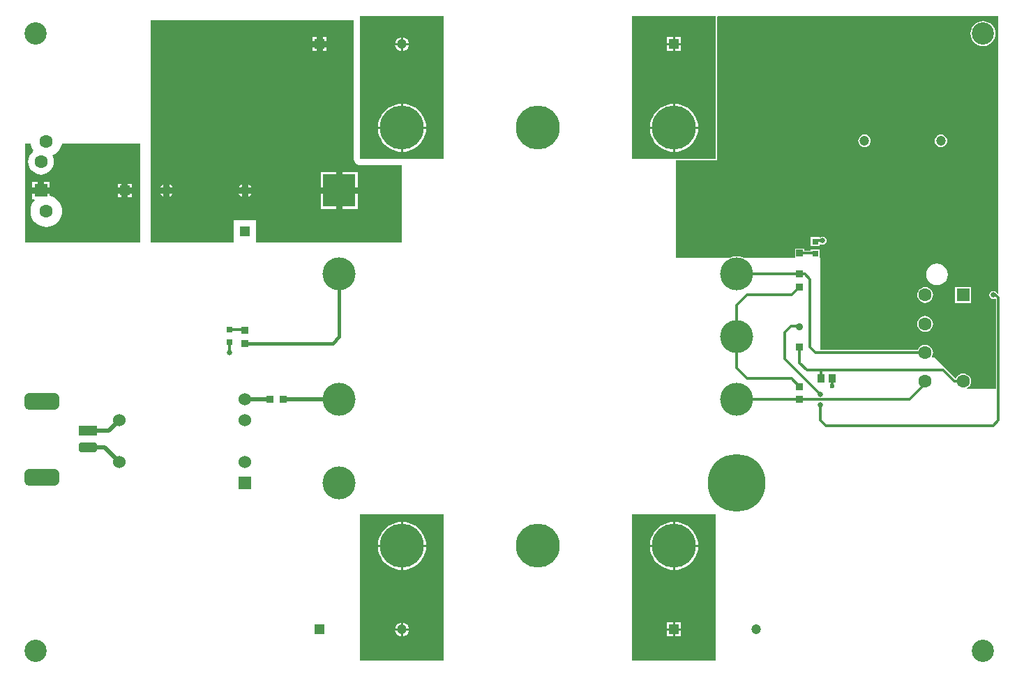
<source format=gtl>
G04 Layer_Physical_Order=1*
G04 Layer_Color=255*
%FSLAX25Y25*%
%MOIN*%
G70*
G01*
G75*
%ADD10R,0.03543X0.03937*%
%ADD11R,0.03347X0.03347*%
%ADD12R,0.03150X0.03150*%
%ADD13R,0.03347X0.03347*%
G04:AMPARAMS|DCode=14|XSize=47.24mil|YSize=86.61mil|CornerRadius=11.81mil|HoleSize=0mil|Usage=FLASHONLY|Rotation=270.000|XOffset=0mil|YOffset=0mil|HoleType=Round|Shape=RoundedRectangle|*
%AMROUNDEDRECTD14*
21,1,0.04724,0.06299,0,0,270.0*
21,1,0.02362,0.08661,0,0,270.0*
1,1,0.02362,-0.03150,-0.01181*
1,1,0.02362,-0.03150,0.01181*
1,1,0.02362,0.03150,0.01181*
1,1,0.02362,0.03150,-0.01181*
%
%ADD14ROUNDEDRECTD14*%
%ADD15R,0.08661X0.04724*%
G04:AMPARAMS|DCode=16|XSize=78.74mil|YSize=165.35mil|CornerRadius=19.68mil|HoleSize=0mil|Usage=FLASHONLY|Rotation=270.000|XOffset=0mil|YOffset=0mil|HoleType=Round|Shape=RoundedRectangle|*
%AMROUNDEDRECTD16*
21,1,0.07874,0.12598,0,0,270.0*
21,1,0.03937,0.16535,0,0,270.0*
1,1,0.03937,-0.06299,-0.01968*
1,1,0.03937,-0.06299,0.01968*
1,1,0.03937,0.06299,0.01968*
1,1,0.03937,0.06299,-0.01968*
%
%ADD16ROUNDEDRECTD16*%
%ADD17C,0.01200*%
%ADD18C,0.02000*%
%ADD19C,0.01500*%
%ADD20R,0.15748X0.15748*%
%ADD21C,0.15748*%
%ADD22C,0.27559*%
%ADD23C,0.21000*%
%ADD24C,0.10630*%
%ADD25C,0.06299*%
%ADD26R,0.06299X0.06299*%
%ADD27C,0.03543*%
%ADD28R,0.03543X0.03543*%
%ADD29R,0.04724X0.04724*%
%ADD30C,0.04724*%
%ADD31R,0.04724X0.04724*%
%ADD32R,0.04500X0.04500*%
%ADD33C,0.04500*%
%ADD34R,0.06000X0.06000*%
%ADD35C,0.06000*%
%ADD36C,0.02362*%
%ADD37C,0.02500*%
G36*
X50000Y83329D02*
Y15000D01*
X10000Y15000D01*
Y83329D01*
X50000Y83329D01*
D02*
G37*
G36*
X180000Y83329D02*
X180000Y15000D01*
X140000Y15000D01*
X140000Y83329D01*
X180000Y83329D01*
D02*
G37*
G36*
X6974Y15000D02*
X7077Y14217D01*
X7379Y13487D01*
X7860Y12860D01*
X8487Y12380D01*
X9217Y12077D01*
X10000Y11974D01*
X30000Y11974D01*
Y-25000D01*
X-39638D01*
Y-14323D01*
X-50362D01*
Y-25000D01*
X-90000D01*
Y81470D01*
X6974D01*
Y15000D01*
D02*
G37*
G36*
X-95000Y-25000D02*
X-150000D01*
Y22500D01*
X-147473D01*
X-147438Y22146D01*
X-147008Y20727D01*
X-146309Y19420D01*
X-146221Y19313D01*
X-146298Y18618D01*
X-146870Y18149D01*
X-147638Y17213D01*
X-148209Y16144D01*
X-148561Y14985D01*
X-148679Y13780D01*
X-148561Y12574D01*
X-148209Y11415D01*
X-147638Y10346D01*
X-146870Y9410D01*
X-145933Y8642D01*
X-144865Y8071D01*
X-143705Y7719D01*
X-142500Y7600D01*
X-141295Y7719D01*
X-140135Y8071D01*
X-139067Y8642D01*
X-138130Y9410D01*
X-137362Y10346D01*
X-136791Y11415D01*
X-136439Y12574D01*
X-136321Y13780D01*
X-136439Y14985D01*
X-136791Y16144D01*
X-137069Y16664D01*
X-135817Y17333D01*
X-134671Y18273D01*
X-133730Y19420D01*
X-133031Y20727D01*
X-132601Y22146D01*
X-132566Y22500D01*
X-95000D01*
Y-25000D01*
D02*
G37*
G36*
X315000Y83329D02*
X315000Y-49333D01*
X314815Y-49409D01*
X314541Y-49135D01*
X314144Y-48870D01*
X313943Y-48830D01*
X313834Y-48666D01*
X313222Y-48257D01*
X312500Y-48114D01*
X311778Y-48257D01*
X311166Y-48666D01*
X310757Y-49278D01*
X310614Y-50000D01*
X310757Y-50722D01*
X311166Y-51334D01*
X311778Y-51743D01*
X312500Y-51886D01*
X313222Y-51743D01*
X313501Y-51556D01*
X313776Y-51831D01*
Y-95000D01*
X299592D01*
X299552Y-94800D01*
X300001Y-94614D01*
X300784Y-94013D01*
X301385Y-93230D01*
X301763Y-92317D01*
X301892Y-91339D01*
X301763Y-90360D01*
X301385Y-89448D01*
X300784Y-88664D01*
X300001Y-88063D01*
X299089Y-87686D01*
X298110Y-87557D01*
X297131Y-87686D01*
X296219Y-88063D01*
X295436Y-88664D01*
X294835Y-89448D01*
X294629Y-89945D01*
X294433Y-89984D01*
X284449Y-80000D01*
X283079D01*
X282991Y-79821D01*
X283275Y-79450D01*
X283653Y-78538D01*
X283782Y-77559D01*
X283653Y-76580D01*
X283275Y-75668D01*
X282674Y-74885D01*
X281891Y-74284D01*
X280979Y-73906D01*
X280000Y-73777D01*
X279021Y-73906D01*
X278109Y-74284D01*
X277326Y-74885D01*
X276725Y-75668D01*
X276448Y-76336D01*
X230000D01*
X230000Y-32133D01*
X229675D01*
Y-28147D01*
X225325D01*
Y-28776D01*
X222273D01*
Y-27727D01*
X217727D01*
Y-32133D01*
X193259Y-32133D01*
X191661Y-31649D01*
X190000Y-31485D01*
X188339Y-31649D01*
X186741Y-32133D01*
X161000D01*
X161000Y14351D01*
X180000Y14351D01*
X180459Y14541D01*
X180649Y15000D01*
X180649Y83293D01*
X180849Y83329D01*
X315000Y83329D01*
D02*
G37*
G36*
X180000Y-155000D02*
Y-225000D01*
X140000Y-225000D01*
Y-155000D01*
X180000Y-155000D01*
D02*
G37*
G36*
X50000D02*
Y-225000D01*
X10000Y-225000D01*
Y-155000D01*
X50000Y-155000D01*
D02*
G37*
%LPC*%
G36*
X29500Y69500D02*
X26675D01*
X26724Y69122D01*
X27063Y68304D01*
X27602Y67602D01*
X28304Y67063D01*
X29122Y66724D01*
X29500Y66675D01*
Y69500D01*
D02*
G37*
G36*
X30500Y41496D02*
Y30500D01*
X41496D01*
X41394Y31805D01*
X40971Y33565D01*
X40278Y35237D01*
X39333Y36780D01*
X38157Y38157D01*
X36780Y39333D01*
X35237Y40278D01*
X33565Y40971D01*
X31805Y41394D01*
X30500Y41496D01*
D02*
G37*
G36*
X33325Y69500D02*
X30500D01*
Y66675D01*
X30878Y66724D01*
X31696Y67063D01*
X32398Y67602D01*
X32937Y68304D01*
X33276Y69122D01*
X33325Y69500D01*
D02*
G37*
G36*
X30500Y73325D02*
Y70500D01*
X33325D01*
X33276Y70878D01*
X32937Y71696D01*
X32398Y72398D01*
X31696Y72937D01*
X30878Y73276D01*
X30500Y73325D01*
D02*
G37*
G36*
X29500D02*
X29122Y73276D01*
X28304Y72937D01*
X27602Y72398D01*
X27063Y71696D01*
X26724Y70878D01*
X26675Y70500D01*
X29500D01*
Y73325D01*
D02*
G37*
G36*
Y41496D02*
X28195Y41394D01*
X26435Y40971D01*
X24763Y40278D01*
X23220Y39333D01*
X21843Y38157D01*
X20667Y36780D01*
X19722Y35237D01*
X19029Y33565D01*
X18607Y31805D01*
X18504Y30500D01*
X29500D01*
Y41496D01*
D02*
G37*
G36*
X41496Y29500D02*
X30500D01*
Y18504D01*
X31805Y18607D01*
X33565Y19029D01*
X35237Y19722D01*
X36780Y20667D01*
X38157Y21843D01*
X39333Y23220D01*
X40278Y24763D01*
X40971Y26435D01*
X41394Y28195D01*
X41496Y29500D01*
D02*
G37*
G36*
X29500D02*
X18504D01*
X18607Y28195D01*
X19029Y26435D01*
X19722Y24763D01*
X20667Y23220D01*
X21843Y21843D01*
X23220Y20667D01*
X24763Y19722D01*
X26435Y19029D01*
X28195Y18607D01*
X29500Y18504D01*
Y29500D01*
D02*
G37*
G36*
X159500Y69500D02*
X156638D01*
Y66638D01*
X159500D01*
Y69500D01*
D02*
G37*
G36*
X163362D02*
X160500D01*
Y66638D01*
X163362D01*
Y69500D01*
D02*
G37*
G36*
X159500Y41496D02*
X158195Y41394D01*
X156435Y40971D01*
X154763Y40278D01*
X153220Y39333D01*
X151843Y38157D01*
X150668Y36780D01*
X149722Y35237D01*
X149029Y33565D01*
X148607Y31805D01*
X148504Y30500D01*
X159500D01*
Y41496D01*
D02*
G37*
G36*
X160500D02*
Y30500D01*
X171496D01*
X171394Y31805D01*
X170971Y33565D01*
X170278Y35237D01*
X169333Y36780D01*
X168157Y38157D01*
X166780Y39333D01*
X165237Y40278D01*
X163565Y40971D01*
X161805Y41394D01*
X160500Y41496D01*
D02*
G37*
G36*
X163362Y73362D02*
X160500D01*
Y70500D01*
X163362D01*
Y73362D01*
D02*
G37*
G36*
X159500D02*
X156638D01*
Y70500D01*
X159500D01*
Y73362D01*
D02*
G37*
G36*
X171496Y29500D02*
X160500D01*
Y18504D01*
X161805Y18607D01*
X163565Y19029D01*
X165237Y19722D01*
X166780Y20667D01*
X168157Y21843D01*
X169333Y23220D01*
X170278Y24763D01*
X170971Y26435D01*
X171394Y28195D01*
X171496Y29500D01*
D02*
G37*
G36*
X159500D02*
X148504D01*
X148607Y28195D01*
X149029Y26435D01*
X149722Y24763D01*
X150668Y23220D01*
X151843Y21843D01*
X153220Y20667D01*
X154763Y19722D01*
X156435Y19029D01*
X158195Y18607D01*
X159500Y18504D01*
Y29500D01*
D02*
G37*
G36*
X-46500Y-1500D02*
X-48018D01*
X-47937Y-1696D01*
X-47398Y-2398D01*
X-46696Y-2937D01*
X-46500Y-3018D01*
Y-1500D01*
D02*
G37*
G36*
X-84000D02*
X-85396D01*
X-85339Y-1639D01*
X-84818Y-2318D01*
X-84139Y-2839D01*
X-84000Y-2897D01*
Y-1500D01*
D02*
G37*
G36*
X-41982D02*
X-43500D01*
Y-3018D01*
X-43304Y-2937D01*
X-42602Y-2398D01*
X-42063Y-1696D01*
X-41982Y-1500D01*
D02*
G37*
G36*
X-1500D02*
X-8874D01*
Y-8874D01*
X-1500D01*
Y-1500D01*
D02*
G37*
G36*
X8874D02*
X1500D01*
Y-8874D01*
X8874D01*
Y-1500D01*
D02*
G37*
G36*
X-79603D02*
X-81000D01*
Y-2897D01*
X-80861Y-2839D01*
X-80182Y-2318D01*
X-79661Y-1639D01*
X-79603Y-1500D01*
D02*
G37*
G36*
X-6008Y68500D02*
X-7870D01*
Y66638D01*
X-6008D01*
Y68500D01*
D02*
G37*
G36*
X-10870D02*
X-12732D01*
Y66638D01*
X-10870D01*
Y68500D01*
D02*
G37*
G36*
X-6008Y73362D02*
X-7870D01*
Y71500D01*
X-6008D01*
Y73362D01*
D02*
G37*
G36*
X-10870D02*
X-12732D01*
Y71500D01*
X-10870D01*
Y73362D01*
D02*
G37*
G36*
X-84000Y2897D02*
X-84139Y2839D01*
X-84818Y2318D01*
X-85339Y1639D01*
X-85396Y1500D01*
X-84000D01*
Y2897D01*
D02*
G37*
G36*
X8874Y8874D02*
X1500D01*
Y1500D01*
X8874D01*
Y8874D01*
D02*
G37*
G36*
X-81000Y2897D02*
Y1500D01*
X-79603D01*
X-79661Y1639D01*
X-80182Y2318D01*
X-80861Y2839D01*
X-81000Y2897D01*
D02*
G37*
G36*
X-46500Y3018D02*
X-46696Y2937D01*
X-47398Y2398D01*
X-47937Y1696D01*
X-48018Y1500D01*
X-46500D01*
Y3018D01*
D02*
G37*
G36*
X-1500Y8874D02*
X-8874D01*
Y1500D01*
X-1500D01*
Y8874D01*
D02*
G37*
G36*
X-43500Y3018D02*
Y1500D01*
X-41982D01*
X-42063Y1696D01*
X-42602Y2398D01*
X-43304Y2937D01*
X-43500Y3018D01*
D02*
G37*
G36*
X-99250Y-1500D02*
X-101000D01*
Y-3250D01*
X-99250D01*
Y-1500D01*
D02*
G37*
G36*
X-138350D02*
X-142500D01*
X-146650D01*
Y-4150D01*
X-145704D01*
X-145496Y-4650D01*
X-146309Y-5640D01*
X-147008Y-6948D01*
X-147438Y-8367D01*
X-147584Y-9843D01*
X-147438Y-11318D01*
X-147008Y-12737D01*
X-146309Y-14045D01*
X-145368Y-15191D01*
X-144222Y-16132D01*
X-142914Y-16831D01*
X-141495Y-17261D01*
X-140020Y-17406D01*
X-138544Y-17261D01*
X-137125Y-16831D01*
X-135817Y-16132D01*
X-134671Y-15191D01*
X-133730Y-14045D01*
X-133031Y-12737D01*
X-132601Y-11318D01*
X-132456Y-9843D01*
X-132601Y-8367D01*
X-133031Y-6948D01*
X-133730Y-5640D01*
X-134671Y-4494D01*
X-135817Y-3553D01*
X-137125Y-2854D01*
X-138350Y-2483D01*
Y-1500D01*
D02*
G37*
G36*
X-104000D02*
X-105750D01*
Y-3250D01*
X-104000D01*
Y-1500D01*
D02*
G37*
G36*
X-99250Y3250D02*
X-101000D01*
Y1500D01*
X-99250D01*
Y3250D01*
D02*
G37*
G36*
X-144000Y4150D02*
X-146650D01*
Y1500D01*
X-144000D01*
Y4150D01*
D02*
G37*
G36*
X-104000Y3250D02*
X-105750D01*
Y1500D01*
X-104000D01*
Y3250D01*
D02*
G37*
G36*
X-138350Y4150D02*
X-141000D01*
Y1500D01*
X-138350D01*
Y4150D01*
D02*
G37*
G36*
X280000Y-46218D02*
X279021Y-46347D01*
X278109Y-46725D01*
X277326Y-47326D01*
X276725Y-48109D01*
X276347Y-49021D01*
X276218Y-50000D01*
X276347Y-50979D01*
X276725Y-51891D01*
X277326Y-52674D01*
X278109Y-53275D01*
X279021Y-53653D01*
X280000Y-53782D01*
X280979Y-53653D01*
X281891Y-53275D01*
X282674Y-52674D01*
X283275Y-51891D01*
X283653Y-50979D01*
X283782Y-50000D01*
X283653Y-49021D01*
X283275Y-48109D01*
X282674Y-47326D01*
X281891Y-46725D01*
X280979Y-46347D01*
X280000Y-46218D01*
D02*
G37*
G36*
X285591Y-34986D02*
X284252Y-35162D01*
X283005Y-35679D01*
X281933Y-36500D01*
X281112Y-37572D01*
X280595Y-38819D01*
X280419Y-40157D01*
X280595Y-41496D01*
X281112Y-42743D01*
X281933Y-43815D01*
X283005Y-44636D01*
X284252Y-45153D01*
X285591Y-45329D01*
X286929Y-45153D01*
X288176Y-44636D01*
X289248Y-43815D01*
X290070Y-42743D01*
X290586Y-41496D01*
X290762Y-40157D01*
X290586Y-38819D01*
X290070Y-37572D01*
X289248Y-36500D01*
X288176Y-35679D01*
X286929Y-35162D01*
X285591Y-34986D01*
D02*
G37*
G36*
X301860Y-46250D02*
X294361D01*
Y-53750D01*
X301860D01*
Y-46250D01*
D02*
G37*
G36*
X231000Y-22114D02*
X230278Y-22257D01*
X229851Y-22543D01*
X229675Y-22448D01*
Y-22241D01*
X225325D01*
Y-26591D01*
X229675D01*
Y-25552D01*
X229851Y-25457D01*
X230278Y-25743D01*
X231000Y-25886D01*
X231722Y-25743D01*
X232334Y-25334D01*
X232743Y-24722D01*
X232886Y-24000D01*
X232743Y-23278D01*
X232334Y-22666D01*
X231722Y-22257D01*
X231000Y-22114D01*
D02*
G37*
G36*
X280000Y-59998D02*
X279021Y-60126D01*
X278109Y-60504D01*
X277326Y-61105D01*
X276725Y-61888D01*
X276347Y-62801D01*
X276218Y-63779D01*
X276347Y-64758D01*
X276725Y-65671D01*
X277326Y-66454D01*
X278109Y-67055D01*
X279021Y-67433D01*
X280000Y-67562D01*
X280979Y-67433D01*
X281891Y-67055D01*
X282674Y-66454D01*
X283275Y-65671D01*
X283653Y-64758D01*
X283782Y-63779D01*
X283653Y-62801D01*
X283275Y-61888D01*
X282674Y-61105D01*
X281891Y-60504D01*
X280979Y-60126D01*
X280000Y-59998D01*
D02*
G37*
G36*
X307598Y81062D02*
X306439Y80948D01*
X305324Y80609D01*
X304296Y80060D01*
X303396Y79321D01*
X302657Y78420D01*
X302107Y77393D01*
X301769Y76278D01*
X301655Y75118D01*
X301769Y73959D01*
X302107Y72844D01*
X302657Y71816D01*
X303396Y70915D01*
X304296Y70176D01*
X305324Y69627D01*
X306439Y69289D01*
X307598Y69174D01*
X308758Y69289D01*
X309873Y69627D01*
X310900Y70176D01*
X311801Y70915D01*
X312540Y71816D01*
X313090Y72844D01*
X313428Y73959D01*
X313542Y75118D01*
X313428Y76278D01*
X313090Y77393D01*
X312540Y78420D01*
X311801Y79321D01*
X310900Y80060D01*
X309873Y80609D01*
X308758Y80948D01*
X307598Y81062D01*
D02*
G37*
G36*
X287500Y26767D02*
X286727Y26665D01*
X286006Y26367D01*
X285387Y25892D01*
X284912Y25273D01*
X284614Y24553D01*
X284512Y23779D01*
X284614Y23006D01*
X284912Y22286D01*
X285387Y21667D01*
X286006Y21192D01*
X286727Y20894D01*
X287500Y20792D01*
X288273Y20894D01*
X288994Y21192D01*
X289613Y21667D01*
X290088Y22286D01*
X290386Y23006D01*
X290488Y23779D01*
X290386Y24553D01*
X290088Y25273D01*
X289613Y25892D01*
X288994Y26367D01*
X288273Y26665D01*
X287500Y26767D01*
D02*
G37*
G36*
X251000Y26767D02*
X250227Y26665D01*
X249506Y26367D01*
X248887Y25892D01*
X248412Y25273D01*
X248114Y24553D01*
X248012Y23779D01*
X248114Y23006D01*
X248412Y22286D01*
X248887Y21667D01*
X249506Y21192D01*
X250227Y20894D01*
X251000Y20792D01*
X251773Y20894D01*
X252494Y21192D01*
X253113Y21667D01*
X253588Y22286D01*
X253886Y23006D01*
X253988Y23779D01*
X253886Y24553D01*
X253588Y25273D01*
X253113Y25892D01*
X252494Y26367D01*
X251773Y26665D01*
X251000Y26767D01*
D02*
G37*
G36*
X163362Y-206638D02*
X160500D01*
Y-209500D01*
X163362D01*
Y-206638D01*
D02*
G37*
G36*
X159500D02*
X156638D01*
Y-209500D01*
X159500D01*
Y-206638D01*
D02*
G37*
G36*
X163362Y-210500D02*
X160500D01*
Y-213362D01*
X163362D01*
Y-210500D01*
D02*
G37*
G36*
X159500D02*
X156638D01*
Y-213362D01*
X159500D01*
Y-210500D01*
D02*
G37*
G36*
X160500Y-158504D02*
Y-169500D01*
X171496D01*
X171394Y-168195D01*
X170971Y-166435D01*
X170278Y-164763D01*
X169333Y-163220D01*
X168157Y-161843D01*
X166780Y-160668D01*
X165237Y-159722D01*
X163565Y-159029D01*
X161805Y-158607D01*
X160500Y-158504D01*
D02*
G37*
G36*
X159500Y-170500D02*
X148504D01*
X148607Y-171805D01*
X149029Y-173565D01*
X149722Y-175237D01*
X150668Y-176780D01*
X151843Y-178157D01*
X153220Y-179332D01*
X154763Y-180278D01*
X156435Y-180971D01*
X158195Y-181394D01*
X159500Y-181496D01*
Y-170500D01*
D02*
G37*
G36*
Y-158504D02*
X158195Y-158607D01*
X156435Y-159029D01*
X154763Y-159722D01*
X153220Y-160668D01*
X151843Y-161843D01*
X150668Y-163220D01*
X149722Y-164763D01*
X149029Y-166435D01*
X148607Y-168195D01*
X148504Y-169500D01*
X159500D01*
Y-158504D01*
D02*
G37*
G36*
X171496Y-170500D02*
X160500D01*
Y-181496D01*
X161805Y-181394D01*
X163565Y-180971D01*
X165237Y-180278D01*
X166780Y-179332D01*
X168157Y-178157D01*
X169333Y-176780D01*
X170278Y-175237D01*
X170971Y-173565D01*
X171394Y-171805D01*
X171496Y-170500D01*
D02*
G37*
G36*
X30500Y-206675D02*
Y-209500D01*
X33325D01*
X33276Y-209122D01*
X32937Y-208304D01*
X32398Y-207602D01*
X31696Y-207063D01*
X30878Y-206724D01*
X30500Y-206675D01*
D02*
G37*
G36*
X29500D02*
X29122Y-206724D01*
X28304Y-207063D01*
X27602Y-207602D01*
X27063Y-208304D01*
X26724Y-209122D01*
X26675Y-209500D01*
X29500D01*
Y-206675D01*
D02*
G37*
G36*
X33325Y-210500D02*
X30500D01*
Y-213325D01*
X30878Y-213276D01*
X31696Y-212937D01*
X32398Y-212398D01*
X32937Y-211696D01*
X33276Y-210878D01*
X33325Y-210500D01*
D02*
G37*
G36*
X29500D02*
X26675D01*
X26724Y-210878D01*
X27063Y-211696D01*
X27602Y-212398D01*
X28304Y-212937D01*
X29122Y-213276D01*
X29500Y-213325D01*
Y-210500D01*
D02*
G37*
G36*
Y-170500D02*
X18504D01*
X18607Y-171805D01*
X19029Y-173565D01*
X19722Y-175237D01*
X20667Y-176780D01*
X21843Y-178157D01*
X23220Y-179332D01*
X24763Y-180278D01*
X26435Y-180971D01*
X28195Y-181394D01*
X29500Y-181496D01*
Y-170500D01*
D02*
G37*
G36*
Y-158504D02*
X28195Y-158607D01*
X26435Y-159029D01*
X24763Y-159722D01*
X23220Y-160668D01*
X21843Y-161843D01*
X20667Y-163220D01*
X19722Y-164763D01*
X19029Y-166435D01*
X18607Y-168195D01*
X18504Y-169500D01*
X29500D01*
Y-158504D01*
D02*
G37*
G36*
X30500D02*
Y-169500D01*
X41496D01*
X41394Y-168195D01*
X40971Y-166435D01*
X40278Y-164763D01*
X39333Y-163220D01*
X38157Y-161843D01*
X36780Y-160668D01*
X35237Y-159722D01*
X33565Y-159029D01*
X31805Y-158607D01*
X30500Y-158504D01*
D02*
G37*
G36*
X41496Y-170500D02*
X30500D01*
Y-181496D01*
X31805Y-181394D01*
X33565Y-180971D01*
X35237Y-180278D01*
X36780Y-179332D01*
X38157Y-178157D01*
X39333Y-176780D01*
X40278Y-175237D01*
X40971Y-173565D01*
X41394Y-171805D01*
X41496Y-170500D01*
D02*
G37*
%LPD*%
D10*
X235453Y-89842D02*
D03*
X230138D02*
D03*
D11*
X-45000Y-73051D02*
D03*
Y-66949D02*
D03*
X220000Y-93898D02*
D03*
Y-100000D02*
D03*
Y-40000D02*
D03*
Y-46102D02*
D03*
Y-23898D02*
D03*
Y-30000D02*
D03*
D12*
X-52500Y-72533D02*
D03*
Y-66627D02*
D03*
X227500Y-24416D02*
D03*
Y-30322D02*
D03*
D13*
X-33051Y-100000D02*
D03*
X-26949D02*
D03*
D14*
X-120000Y-122874D02*
D03*
D15*
Y-115000D02*
D03*
D16*
X-141969Y-100827D02*
D03*
Y-137047D02*
D03*
D17*
X190000Y-70000D02*
Y-55000D01*
Y-85000D02*
Y-70000D01*
X216000Y-65000D02*
X220000D01*
X235453Y-93681D02*
Y-89842D01*
X230433Y-86000D02*
X288500D01*
X223441D02*
X230433D01*
X230138Y-86295D02*
X230433Y-86000D01*
X230138Y-89842D02*
Y-86295D01*
X220000Y-82559D02*
X223441Y-86000D01*
X220000Y-82559D02*
Y-75000D01*
X213000Y-80500D02*
X230000Y-97500D01*
X213000Y-80500D02*
Y-68000D01*
X216000Y-65000D01*
X216102Y-50000D02*
X220000Y-46102D01*
X195000Y-50000D02*
X216102D01*
X195000Y-90000D02*
X216102D01*
X190000Y-85000D02*
X195000Y-90000D01*
X190000Y-55000D02*
X195000Y-50000D01*
X227559Y-77559D02*
X280000D01*
X225000Y-75000D02*
X227559Y-77559D01*
X216102Y-90000D02*
X220000Y-93898D01*
X288500Y-86000D02*
X293839Y-91339D01*
X227916Y-24000D02*
X231000D01*
X227500Y-24416D02*
X227916Y-24000D01*
X315000Y-110000D02*
Y-51325D01*
X313675Y-50000D02*
X315000Y-51325D01*
X312500Y-50000D02*
X313675D01*
X312500Y-112500D02*
X315000Y-110000D01*
X-52500Y-66627D02*
X-45322D01*
X-45000Y-66949D01*
X190000Y-40000D02*
X220000D01*
X190000Y-100000D02*
X220000D01*
X272500D01*
X280000Y-92500D01*
Y-91339D01*
X220000Y-40000D02*
X222500D01*
X225000Y-42500D01*
Y-75000D02*
Y-42500D01*
X232500Y-112500D02*
X312500D01*
X230000Y-110000D02*
X232500Y-112500D01*
X230000Y-110000D02*
Y-102500D01*
X293839Y-91339D02*
X298110D01*
X220000Y-30000D02*
X227178D01*
X227500Y-30322D01*
X-52500Y-77500D02*
Y-72533D01*
D18*
X-112126Y-122874D02*
X-105000Y-130000D01*
X-120000Y-122874D02*
X-112126D01*
X-110000Y-115000D02*
X-105000Y-110000D01*
X-120000Y-115000D02*
X-110000D01*
X-45000Y-100000D02*
X-33051D01*
X-26949D02*
X0D01*
D19*
X-45000Y-73051D02*
X-3051D01*
X0Y-70000D01*
Y-40000D01*
D20*
Y0D02*
D03*
D21*
Y-40000D02*
D03*
Y-100000D02*
D03*
Y-140000D02*
D03*
X190000Y-100000D02*
D03*
Y-70000D02*
D03*
Y-40000D02*
D03*
D22*
Y-140000D02*
D03*
Y0D02*
D03*
D23*
X30000Y30000D02*
D03*
X160000D02*
D03*
Y-170000D02*
D03*
X30000D02*
D03*
X95000Y30000D02*
D03*
Y-170000D02*
D03*
D24*
X307598Y-220158D02*
D03*
Y75118D02*
D03*
X-145158D02*
D03*
Y-220158D02*
D03*
D25*
X280000Y-91339D02*
D03*
X298110D02*
D03*
Y-63779D02*
D03*
Y-77559D02*
D03*
X280000D02*
D03*
Y-63779D02*
D03*
Y-50000D02*
D03*
X-140020Y23622D02*
D03*
Y-9843D02*
D03*
X-142500Y13780D02*
D03*
D26*
X298110Y-50000D02*
D03*
X-142500Y0D02*
D03*
D27*
X220000Y-65158D02*
D03*
D28*
Y-75000D02*
D03*
D29*
X160000Y-210000D02*
D03*
X-9370D02*
D03*
X160000Y70000D02*
D03*
X-9370D02*
D03*
D30*
X199370Y-210000D02*
D03*
X30000D02*
D03*
X287500Y23779D02*
D03*
X251000Y23779D02*
D03*
X199370Y70000D02*
D03*
X30000D02*
D03*
X-45000Y0D02*
D03*
D31*
X287500Y10000D02*
D03*
X251000Y10000D02*
D03*
X-45000Y-19685D02*
D03*
D32*
X-102500Y0D02*
D03*
D33*
X-82500D02*
D03*
D34*
X-45000Y-140000D02*
D03*
D35*
Y-130000D02*
D03*
Y-110000D02*
D03*
Y-100000D02*
D03*
X-105000Y-110000D02*
D03*
Y-130000D02*
D03*
D36*
X235453Y-93681D02*
D03*
D37*
X231000Y-24000D02*
D03*
X312500Y-50000D02*
D03*
X230000Y-97500D02*
D03*
Y-102500D02*
D03*
X-52500Y-77500D02*
D03*
M02*

</source>
